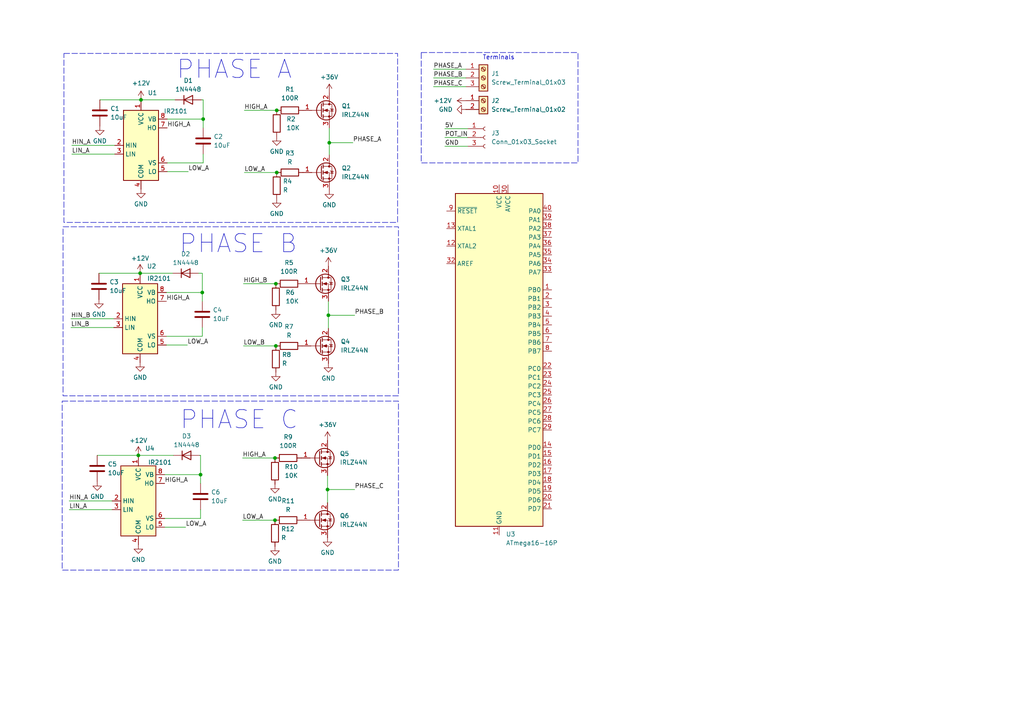
<source format=kicad_sch>
(kicad_sch (version 20230121) (generator eeschema)
  (paper "A4")
  (lib_symbols
    (symbol "Connector:Conn_01x03_Socket" (pin_names (offset 1.016) hide)
      (property "Reference" "J" (at 0 5.08 0))
      (property "Value" "Conn_01x03_Socket" (at 0 -5.08 0))
      (symbol "Conn_01x03_Socket_1_1"
        (arc (start 0 -2.032) (mid -0.5058 -2.54) (end 0 -3.048) (stroke (width 0.1524)))
        (polyline (pts (xy -1.27 -2.54) (xy -0.508 -2.54)) (stroke (width 0.1524)))
        (polyline (pts (xy -1.27 0) (xy -0.508 0)) (stroke (width 0.1524)))
        (polyline (pts (xy -1.27 2.54) (xy -0.508 2.54)) (stroke (width 0.1524)))
        (arc (start 0 0.508) (mid -0.5058 0) (end 0 -0.508) (stroke (width 0.1524)))
        (arc (start 0 3.048) (mid -0.5058 2.54) (end 0 2.032) (stroke (width 0.1524)))
        (pin passive line (at -5.08 2.54 0) (length 3.81) (name "Pin_1") (number "1"))
        (pin passive line (at -5.08 0 0) (length 3.81) (name "Pin_2") (number "2"))
        (pin passive line (at -5.08 -2.54 0) (length 3.81) (name "Pin_3") (number "3"))
      )
    )
    (symbol "Connector:Screw_Terminal_01x02" (pin_names (offset 1.016) hide)
      (property "Reference" "J" (at 0 2.54 0))
      (property "Value" "Screw_Terminal_01x02" (at 0 -5.08 0))
      (symbol "Screw_Terminal_01x02_1_1"
        (rectangle (start -1.27 1.27) (end 1.27 -3.81) (stroke (width 0.254)) (fill (type background)))
        (circle (center 0 -2.54) (radius 0.635) (stroke (width 0.1524)))
        (polyline (pts (xy -0.5334 -2.2098) (xy 0.3302 -3.048)) (stroke (width 0.1524)))
        (polyline (pts (xy -0.5334 0.3302) (xy 0.3302 -0.508)) (stroke (width 0.1524)))
        (polyline (pts (xy -0.3556 -2.032) (xy 0.508 -2.8702)) (stroke (width 0.1524)))
        (polyline (pts (xy -0.3556 0.508) (xy 0.508 -0.3302)) (stroke (width 0.1524)))
        (circle (center 0 0) (radius 0.635) (stroke (width 0.1524)))
        (pin passive line (at -5.08 0 0) (length 3.81) (name "Pin_1") (number "1"))
        (pin passive line (at -5.08 -2.54 0) (length 3.81) (name "Pin_2") (number "2"))
      )
    )
    (symbol "Connector:Screw_Terminal_01x03" (pin_names (offset 1.016) hide)
      (property "Reference" "J" (at 0 5.08 0))
      (property "Value" "Screw_Terminal_01x03" (at 0 -5.08 0))
      (symbol "Screw_Terminal_01x03_1_1"
        (rectangle (start -1.27 3.81) (end 1.27 -3.81) (stroke (width 0.254)) (fill (type background)))
        (circle (center 0 -2.54) (radius 0.635) (stroke (width 0.1524)))
        (polyline (pts (xy -0.5334 -2.2098) (xy 0.3302 -3.048)) (stroke (width 0.1524)))
        (polyline (pts (xy -0.5334 0.3302) (xy 0.3302 -0.508)) (stroke (width 0.1524)))
        (polyline (pts (xy -0.5334 2.8702) (xy 0.3302 2.032)) (stroke (width 0.1524)))
        (polyline (pts (xy -0.3556 -2.032) (xy 0.508 -2.8702)) (stroke (width 0.1524)))
        (polyline (pts (xy -0.3556 0.508) (xy 0.508 -0.3302)) (stroke (width 0.1524)))
        (polyline (pts (xy -0.3556 3.048) (xy 0.508 2.2098)) (stroke (width 0.1524)))
        (circle (center 0 0) (radius 0.635) (stroke (width 0.1524)))
        (circle (center 0 2.54) (radius 0.635) (stroke (width 0.1524)))
        (pin passive line (at -5.08 2.54 0) (length 3.81) (name "Pin_1") (number "1"))
        (pin passive line (at -5.08 0 0) (length 3.81) (name "Pin_2") (number "2"))
        (pin passive line (at -5.08 -2.54 0) (length 3.81) (name "Pin_3") (number "3"))
      )
    )
    (symbol "Device:C" (pin_numbers hide) (pin_names (offset 0.254))
      (property "Reference" "C" (at 0.635 2.54 0))
      (property "Value" "C" (at 0.635 -2.54 0))
      (symbol "C_0_1"
        (polyline (pts (xy -2.032 -0.762) (xy 2.032 -0.762)) (stroke (width 0.508)))
        (polyline (pts (xy -2.032 0.762) (xy 2.032 0.762)) (stroke (width 0.508)))
      )
      (symbol "C_1_1"
        (pin passive line (at 0 3.81 270) (length 2.794) (name "~") (number "1"))
        (pin passive line (at 0 -3.81 90) (length 2.794) (name "~") (number "2"))
      )
    )
    (symbol "Device:R" (pin_numbers hide) (pin_names (offset 0))
      (property "Reference" "R" (at 2.032 0 90))
      (property "Value" "R" (at 0 0 90))
      (symbol "R_0_1"
        (rectangle (start -1.016 -2.54) (end 1.016 2.54) (stroke (width 0.254)))
      )
      (symbol "R_1_1"
        (pin passive line (at 0 3.81 270) (length 1.27) (name "~") (number "1"))
        (pin passive line (at 0 -3.81 90) (length 1.27) (name "~") (number "2"))
      )
    )
    (symbol "Diode:1N4448" (pin_numbers hide) (pin_names hide)
      (property "Reference" "D" (at 0 2.54 0))
      (property "Value" "1N4448" (at 0 -2.54 0))
      (symbol "1N4448_0_1"
        (polyline (pts (xy -1.27 1.27) (xy -1.27 -1.27)) (stroke (width 0.254)))
        (polyline (pts (xy 1.27 0) (xy -1.27 0)))
        (polyline (pts (xy 1.27 1.27) (xy 1.27 -1.27) (xy -1.27 0) (xy 1.27 1.27)) (stroke (width 0.254)))
      )
      (symbol "1N4448_1_1"
        (pin passive line (at -3.81 0 0) (length 2.54) (name "K") (number "1"))
        (pin passive line (at 3.81 0 180) (length 2.54) (name "A") (number "2"))
      )
    )
    (symbol "Driver_FET:IR2101"
      (property "Reference" "U" (at 1.27 13.335 0))
      (property "Value" "IR2101" (at 1.27 11.43 0))
      (symbol "IR2101_0_1"
        (rectangle (start -5.08 -10.16) (end 5.08 10.16) (stroke (width 0.254)) (fill (type background)))
      )
      (symbol "IR2101_1_1"
        (pin power_in line (at 0 12.7 270) (length 2.54) (name "VCC") (number "1"))
        (pin input line (at -7.62 0 0) (length 2.54) (name "HIN") (number "2"))
        (pin input line (at -7.62 -2.54 0) (length 2.54) (name "LIN") (number "3"))
        (pin power_in line (at 0 -12.7 90) (length 2.54) (name "COM") (number "4"))
        (pin output line (at 7.62 -7.62 180) (length 2.54) (name "LO") (number "5"))
        (pin passive line (at 7.62 -5.08 180) (length 2.54) (name "VS") (number "6"))
        (pin output line (at 7.62 5.08 180) (length 2.54) (name "HO") (number "7"))
        (pin passive line (at 7.62 7.62 180) (length 2.54) (name "VB") (number "8"))
      )
    )
    (symbol "MCU_Microchip_ATmega:ATmega16-16P"
      (property "Reference" "U" (at -12.7 49.53 0))
      (property "Value" "ATmega16-16P" (at 2.54 -49.53 0))
      (symbol "ATmega16-16P_0_1"
        (rectangle (start -12.7 -48.26) (end 12.7 48.26) (stroke (width 0.254)) (fill (type background)))
      )
      (symbol "ATmega16-16P_1_1"
        (pin bidirectional line (at 15.24 20.32 180) (length 2.54) (name "PB0") (number "1"))
        (pin power_in line (at 0 50.8 270) (length 2.54) (name "VCC") (number "10"))
        (pin power_in line (at 0 -50.8 90) (length 2.54) (name "GND") (number "11"))
        (pin output line (at -15.24 33.02 0) (length 2.54) (name "XTAL2") (number "12"))
        (pin input line (at -15.24 38.1 0) (length 2.54) (name "XTAL1") (number "13"))
        (pin bidirectional line (at 15.24 -25.4 180) (length 2.54) (name "PD0") (number "14"))
        (pin bidirectional line (at 15.24 -27.94 180) (length 2.54) (name "PD1") (number "15"))
        (pin bidirectional line (at 15.24 -30.48 180) (length 2.54) (name "PD2") (number "16"))
        (pin bidirectional line (at 15.24 -33.02 180) (length 2.54) (name "PD3") (number "17"))
        (pin bidirectional line (at 15.24 -35.56 180) (length 2.54) (name "PD4") (number "18"))
        (pin bidirectional line (at 15.24 -38.1 180) (length 2.54) (name "PD5") (number "19"))
        (pin bidirectional line (at 15.24 17.78 180) (length 2.54) (name "PB1") (number "2"))
        (pin bidirectional line (at 15.24 -40.64 180) (length 2.54) (name "PD6") (number "20"))
        (pin bidirectional line (at 15.24 -43.18 180) (length 2.54) (name "PD7") (number "21"))
        (pin bidirectional line (at 15.24 -2.54 180) (length 2.54) (name "PC0") (number "22"))
        (pin bidirectional line (at 15.24 -5.08 180) (length 2.54) (name "PC1") (number "23"))
        (pin bidirectional line (at 15.24 -7.62 180) (length 2.54) (name "PC2") (number "24"))
        (pin bidirectional line (at 15.24 -10.16 180) (length 2.54) (name "PC3") (number "25"))
        (pin bidirectional line (at 15.24 -12.7 180) (length 2.54) (name "PC4") (number "26"))
        (pin bidirectional line (at 15.24 -15.24 180) (length 2.54) (name "PC5") (number "27"))
        (pin bidirectional line (at 15.24 -17.78 180) (length 2.54) (name "PC6") (number "28"))
        (pin bidirectional line (at 15.24 -20.32 180) (length 2.54) (name "PC7") (number "29"))
        (pin bidirectional line (at 15.24 15.24 180) (length 2.54) (name "PB2") (number "3"))
        (pin power_in line (at 2.54 50.8 270) (length 2.54) (name "AVCC") (number "30"))
        (pin passive line (at 0 -50.8 90) (length 2.54) hide (name "GND") (number "31"))
        (pin passive line (at -15.24 27.94 0) (length 2.54) (name "AREF") (number "32"))
        (pin bidirectional line (at 15.24 25.4 180) (length 2.54) (name "PA7") (number "33"))
        (pin bidirectional line (at 15.24 27.94 180) (length 2.54) (name "PA6") (number "34"))
        (pin bidirectional line (at 15.24 30.48 180) (length 2.54) (name "PA5") (number "35"))
        (pin bidirectional line (at 15.24 33.02 180) (length 2.54) (name "PA4") (number "36"))
        (pin bidirectional line (at 15.24 35.56 180) (length 2.54) (name "PA3") (number "37"))
        (pin bidirectional line (at 15.24 38.1 180) (length 2.54) (name "PA2") (number "38"))
        (pin bidirectional line (at 15.24 40.64 180) (length 2.54) (name "PA1") (number "39"))
        (pin bidirectional line (at 15.24 12.7 180) (length 2.54) (name "PB3") (number "4"))
        (pin bidirectional line (at 15.24 43.18 180) (length 2.54) (name "PA0") (number "40"))
        (pin bidirectional line (at 15.24 10.16 180) (length 2.54) (name "PB4") (number "5"))
        (pin bidirectional line (at 15.24 7.62 180) (length 2.54) (name "PB5") (number "6"))
        (pin bidirectional line (at 15.24 5.08 180) (length 2.54) (name "PB6") (number "7"))
        (pin bidirectional line (at 15.24 2.54 180) (length 2.54) (name "PB7") (number "8"))
        (pin input line (at -15.24 43.18 0) (length 2.54) (name "~{RESET}") (number "9"))
      )
    )
    (symbol "Transistor_FET:IRLZ44N" (pin_names hide)
      (property "Reference" "Q" (at 6.35 1.905 0))
      (property "Value" "IRLZ44N" (at 6.35 0 0))
      (symbol "IRLZ44N_0_1"
        (polyline (pts (xy 0.254 0) (xy -2.54 0)))
        (polyline (pts (xy 0.254 1.905) (xy 0.254 -1.905)) (stroke (width 0.254)))
        (polyline (pts (xy 0.762 -1.27) (xy 0.762 -2.286)) (stroke (width 0.254)))
        (polyline (pts (xy 0.762 0.508) (xy 0.762 -0.508)) (stroke (width 0.254)))
        (polyline (pts (xy 0.762 2.286) (xy 0.762 1.27)) (stroke (width 0.254)))
        (polyline (pts (xy 2.54 2.54) (xy 2.54 1.778)))
        (polyline (pts (xy 2.54 -2.54) (xy 2.54 0) (xy 0.762 0)))
        (polyline (pts (xy 0.762 -1.778) (xy 3.302 -1.778) (xy 3.302 1.778) (xy 0.762 1.778)))
        (polyline (pts (xy 1.016 0) (xy 2.032 0.381) (xy 2.032 -0.381) (xy 1.016 0)) (fill (type outline)))
        (polyline (pts (xy 2.794 0.508) (xy 2.921 0.381) (xy 3.683 0.381) (xy 3.81 0.254)))
        (polyline (pts (xy 3.302 0.381) (xy 2.921 -0.254) (xy 3.683 -0.254) (xy 3.302 0.381)))
        (circle (center 1.651 0) (radius 2.794) (stroke (width 0.254)))
        (circle (center 2.54 -1.778) (radius 0.254) (fill (type outline)))
        (circle (center 2.54 1.778) (radius 0.254) (fill (type outline)))
      )
      (symbol "IRLZ44N_1_1"
        (pin input line (at -5.08 0 0) (length 2.54) (name "G") (number "1"))
        (pin passive line (at 2.54 5.08 270) (length 2.54) (name "D") (number "2"))
        (pin passive line (at 2.54 -5.08 90) (length 2.54) (name "S") (number "3"))
      )
    )
    (symbol "power:+12V" (power) (pin_names (offset 0))
      (property "Value" "+12V" (at 0 3.556 0))
      (symbol "+12V_0_1"
        (polyline (pts (xy -0.762 1.27) (xy 0 2.54)))
        (polyline (pts (xy 0 0) (xy 0 2.54)))
        (polyline (pts (xy 0 2.54) (xy 0.762 1.27)))
      )
      (symbol "+12V_1_1"
        (pin power_in line (at 0 0 90) (length 0) hide (name "+12V") (number "1"))
      )
    )
    (symbol "power:+36V" (power) (pin_names (offset 0))
      (property "Value" "+36V" (at 0 3.556 0))
      (symbol "+36V_0_1"
        (polyline (pts (xy -0.762 1.27) (xy 0 2.54)))
        (polyline (pts (xy 0 0) (xy 0 2.54)))
        (polyline (pts (xy 0 2.54) (xy 0.762 1.27)))
      )
      (symbol "+36V_1_1"
        (pin power_in line (at 0 0 90) (length 0) hide (name "+36V") (number "1"))
      )
    )
    (symbol "power:GND" (power) (pin_names (offset 0))
      (property "Value" "GND" (at 0 -3.81 0))
      (symbol "GND_0_1"
        (polyline (pts (xy 0 0) (xy 0 -1.27) (xy 1.27 -1.27) (xy 0 -2.54) (xy -1.27 -1.27) (xy 0 -1.27)))
      )
      (symbol "GND_1_1"
        (pin power_in line (at 0 0 270) (length 0) hide (name "GND") (number "1"))
      )
    )
  )
  (junction (at 80.264 50.038))
  (junction (at 80.01 82.296))
  (junction (at 58.674 84.836))
  (junction (at 58.166 137.668))
  (junction (at 40.64 79.248))
  (junction (at 80.264 32.004))
  (junction (at 79.756 132.842))
  (junction (at 94.996 141.986))
  (junction (at 40.894 28.956))
  (junction (at 58.928 34.544))
  (junction (at 79.756 150.876))
  (junction (at 95.504 41.402))
  (junction (at 80.01 100.33))
  (junction (at 95.25 91.44))
  (junction (at 40.132 132.08))
  (wire (pts (xy 70.866 32.004) (xy 80.264 32.004)))
  (wire (pts (xy 58.674 79.248) (xy 58.674 84.836)))
  (wire (pts (xy 125.73 22.606) (xy 135.128 22.606)))
  (wire (pts (xy 58.166 132.08) (xy 58.166 137.668)))
  (wire (pts (xy 70.358 132.842) (xy 79.756 132.842)))
  (wire (pts (xy 58.674 84.836) (xy 58.674 87.376)))
  (wire (pts (xy 20.066 147.828) (xy 32.512 147.828)))
  (wire (pts (xy 28.956 28.956) (xy 40.894 28.956)))
  (wire (pts (xy 20.828 42.164) (xy 33.274 42.164)))
  (wire (pts (xy 57.912 132.08) (xy 58.166 132.08)))
  (wire (pts (xy 28.702 79.248) (xy 40.64 79.248)))
  (wire (pts (xy 102.87 141.986) (xy 94.996 141.986)))
  (wire (pts (xy 58.166 150.368) (xy 47.752 150.368)))
  (wire (pts (xy 48.514 49.784) (xy 54.61 49.784)))
  (wire (pts (xy 40.64 79.248) (xy 40.64 79.756)))
  (wire (pts (xy 58.928 28.956) (xy 58.928 34.544)))
  (wire (pts (xy 28.194 132.08) (xy 40.132 132.08)))
  (wire (pts (xy 95.25 91.44) (xy 95.25 95.25)))
  (wire (pts (xy 20.574 92.456) (xy 33.02 92.456)))
  (wire (pts (xy 102.87 91.44) (xy 95.25 91.44)))
  (wire (pts (xy 40.132 132.08) (xy 40.132 132.588)))
  (wire (pts (xy 70.866 50.038) (xy 80.264 50.038)))
  (wire (pts (xy 125.73 20.066) (xy 135.128 20.066)))
  (wire (pts (xy 40.64 79.248) (xy 50.038 79.248)))
  (wire (pts (xy 129.032 37.338) (xy 135.636 37.338)))
  (wire (pts (xy 58.674 94.996) (xy 58.674 97.536)))
  (wire (pts (xy 58.166 137.668) (xy 58.166 140.208)))
  (wire (pts (xy 57.658 79.248) (xy 58.674 79.248)))
  (wire (pts (xy 58.928 34.544) (xy 58.928 37.084)))
  (wire (pts (xy 20.574 94.996) (xy 33.02 94.996)))
  (wire (pts (xy 58.928 47.244) (xy 48.514 47.244)))
  (wire (pts (xy 40.894 28.956) (xy 40.894 29.464)))
  (wire (pts (xy 48.514 34.544) (xy 58.928 34.544)))
  (wire (pts (xy 102.362 41.402) (xy 95.504 41.402)))
  (wire (pts (xy 40.132 132.08) (xy 50.292 132.08)))
  (wire (pts (xy 95.504 37.084) (xy 95.504 41.402)))
  (wire (pts (xy 95.25 87.376) (xy 95.25 91.44)))
  (wire (pts (xy 58.928 44.704) (xy 58.928 47.244)))
  (wire (pts (xy 47.752 152.908) (xy 53.848 152.908)))
  (wire (pts (xy 20.066 145.288) (xy 32.512 145.288)))
  (wire (pts (xy 48.26 100.076) (xy 54.356 100.076)))
  (wire (pts (xy 129.032 42.418) (xy 135.636 42.418)))
  (wire (pts (xy 95.504 41.402) (xy 95.504 44.958)))
  (wire (pts (xy 20.828 44.704) (xy 33.274 44.704)))
  (wire (pts (xy 47.752 137.668) (xy 58.166 137.668)))
  (wire (pts (xy 58.42 28.956) (xy 58.928 28.956)))
  (wire (pts (xy 40.894 28.956) (xy 50.8 28.956)))
  (wire (pts (xy 70.358 150.876) (xy 79.756 150.876)))
  (wire (pts (xy 125.73 25.146) (xy 135.128 25.146)))
  (wire (pts (xy 58.674 97.536) (xy 48.26 97.536)))
  (wire (pts (xy 129.032 39.878) (xy 135.636 39.878)))
  (wire (pts (xy 48.26 84.836) (xy 58.674 84.836)))
  (wire (pts (xy 70.612 82.296) (xy 80.01 82.296)))
  (wire (pts (xy 94.996 137.922) (xy 94.996 141.986)))
  (wire (pts (xy 94.996 141.986) (xy 94.996 145.796)))
  (wire (pts (xy 70.612 100.33) (xy 80.01 100.33)))
  (wire (pts (xy 58.166 147.828) (xy 58.166 150.368)))
  (rectangle (start 18.034 116.332) (end 115.57 165.354) (stroke (width 0) (type dash)))
  (rectangle (start 18.542 15.494) (end 115.316 64.516) (stroke (width 0) (type dash)))
  (rectangle (start 122.174 15.24) (end 167.64 47.244) (stroke (width 0) (type dash)))
  (rectangle (start 18.288 65.786) (end 115.57 114.808) (stroke (width 0) (type dash)))
  (text "PHASE C" (at 52.07 124.968 0) (effects (font (size 5.27 5.27)) (justify left bottom)))
  (text "Terminals\n" (at 139.954 17.526 0) (effects (font (size 1.27 1.27)) (justify left bottom)))
  (text "PHASE A" (at 51.054 23.368 0) (effects (font (size 5.27 5.27)) (justify left bottom)))
  (text "PHASE B\n" (at 51.816 73.914 0) (effects (font (size 5.27 5.27)) (justify left bottom)))
  (label "HIN_A" (at 20.828 42.164 0))
  (label "HIGH_A" (at 48.26 87.376 0))
  (label "PHASE_A" (at 125.73 20.066 0))
  (label "5V" (at 129.032 37.338 0))
  (label "LOW_A" (at 53.848 152.908 0))
  (label "LOW_A" (at 54.356 100.076 0))
  (label "HIGH_A" (at 70.866 32.004 0))
  (label "LOW_A" (at 70.358 150.876 0))
  (label "LIN_A" (at 20.828 44.704 0))
  (label "HIN_B" (at 20.574 92.456 0))
  (label "POT_IN" (at 129.032 39.878 0))
  (label "PHASE_A" (at 102.362 41.402 0))
  (label "HIGH_A" (at 70.358 132.842 0))
  (label "LOW_B" (at 70.612 100.33 0))
  (label "PHASE_C" (at 102.87 141.986 0))
  (label "LOW_A" (at 70.866 50.038 0))
  (label "LIN_A" (at 20.066 147.828 0))
  (label "PHASE_B" (at 102.87 91.44 0))
  (label "PHASE_C" (at 125.73 25.146 0))
  (label "GND" (at 129.032 42.418 0))
  (label "LOW_A" (at 54.61 49.784 0))
  (label "HIN_A" (at 20.066 145.288 0))
  (label "HIGH_B" (at 70.612 82.296 0))
  (label "HIGH_A" (at 48.514 37.084 0))
  (label "HIGH_A" (at 47.752 140.208 0))
  (label "LIN_B" (at 20.574 94.996 0))
  (label "PHASE_B" (at 125.73 22.606 0))
  (symbol (lib_id "power:GND") (at 40.894 54.864 0) (unit 1)
    (property "Reference" "#PWR07" (effects hide))
    (property "Value" "GND" (at 40.894 59.182 0))
  )
  (symbol (lib_id "power:GND") (at 40.132 157.988 0) (unit 1)
    (property "Reference" "#PWR022" (effects hide))
    (property "Value" "GND" (at 40.132 162.306 0))
  )
  (symbol (lib_id "power:GND") (at 80.264 57.658 0) (unit 1)
    (property "Reference" "#PWR09" (effects hide))
    (property "Value" "GND" (at 80.264 61.976 0))
  )
  (symbol (lib_id "power:+12V") (at 40.64 79.248 0) (unit 1)
    (property "Reference" "#PWR011" (effects hide))
    (property "Value" "+12V" (at 40.64 74.93 0))
  )
  (symbol (lib_id "power:GND") (at 79.756 158.496 0) (unit 1)
    (property "Reference" "#PWR023" (effects hide))
    (property "Value" "GND" (at 79.756 162.814 0))
  )
  (symbol (lib_id "power:GND") (at 95.25 105.41 0) (unit 1)
    (property "Reference" "#PWR015" (effects hide))
    (property "Value" "GND" (at 95.25 109.728 0))
  )
  (symbol (lib_id "power:GND") (at 28.702 86.868 0) (unit 1)
    (property "Reference" "#PWR012" (effects hide))
    (property "Value" "GND" (at 28.702 91.186 0))
  )
  (symbol (lib_id "Transistor_FET:IRLZ44N") (at 92.964 32.004 0) (unit 1)
    (property "Reference" "Q1" (at 99.06 30.734 0) (effects (justify left)))
    (property "Value" "IRLZ44N" (at 99.06 33.274 0) (effects (justify left)))
    (property "Footprint" "Package_TO_SOT_THT:TO-220-3_Horizontal_TabUp" (effects hide))
    (property "Datasheet" "http://www.irf.com/product-info/datasheets/data/irlz44n.pdf" (effects hide))
  )
  (symbol (lib_id "power:GND") (at 80.01 89.916 0) (unit 1)
    (property "Reference" "#PWR013" (effects hide))
    (property "Value" "GND" (at 80.01 94.234 0))
  )
  (symbol (lib_id "Driver_FET:IR2101") (at 40.894 42.164 0) (unit 1)
    (property "Reference" "U1" (at 42.8499 26.924 0) (effects (justify left)))
    (property "Value" "IR2101" (at 47.498 32.258 0) (effects (justify left)))
    (property "Footprint" "Package_DIP:DIP-8_W7.62mm" (effects hide))
    (property "Datasheet" "https://www.infineon.com/dgdl/ir2101.pdf?fileId=5546d462533600a4015355c7a755166c" (effects hide))
  )
  (symbol (lib_id "Transistor_FET:IRLZ44N") (at 92.71 100.33 0) (unit 1)
    (property "Reference" "Q4" (at 98.806 99.06 0) (effects (justify left)))
    (property "Value" "IRLZ44N" (at 98.806 101.6 0) (effects (justify left)))
    (property "Footprint" "Package_TO_SOT_THT:TO-220-3_Horizontal_TabUp" (effects hide))
    (property "Datasheet" "http://www.irf.com/product-info/datasheets/data/irlz44n.pdf" (effects hide))
  )
  (symbol (lib_id "Device:C") (at 58.928 40.894 0) (unit 1)
    (property "Reference" "C2" (at 61.976 39.624 0) (effects (justify left)))
    (property "Value" "10uF" (at 61.976 42.164 0) (effects (justify left)))
    (property "Footprint" "Capacitor_THT:C_Radial_D6.3mm_H5.0mm_P2.50mm" (effects hide))
  )
  (symbol (lib_id "Device:R") (at 83.82 100.33 90) (unit 1)
    (property "Reference" "R7" (at 83.82 94.742 90))
    (property "Value" "R" (at 83.82 97.282 90))
    (property "Footprint" "Resistor_THT:R_Axial_DIN0204_L3.6mm_D1.6mm_P5.08mm_Horizontal" (effects hide))
  )
  (symbol (lib_id "Device:R") (at 83.566 132.842 90) (unit 1)
    (property "Reference" "R9" (at 83.566 126.746 90))
    (property "Value" "100R" (at 83.566 129.286 90))
    (property "Footprint" "Resistor_THT:R_Axial_DIN0204_L3.6mm_D1.6mm_P5.08mm_Horizontal" (effects hide))
  )
  (symbol (lib_id "Device:R") (at 83.566 150.876 90) (unit 1)
    (property "Reference" "R11" (at 83.566 145.288 90))
    (property "Value" "R" (at 83.566 147.828 90))
    (property "Footprint" "Resistor_THT:R_Axial_DIN0204_L3.6mm_D1.6mm_P5.08mm_Horizontal" (effects hide))
  )
  (symbol (lib_id "Device:R") (at 83.82 82.296 90) (unit 1)
    (property "Reference" "R5" (at 83.82 76.2 90))
    (property "Value" "100R" (at 83.82 78.74 90))
    (property "Footprint" "Resistor_THT:R_Axial_DIN0204_L3.6mm_D1.6mm_P5.08mm_Horizontal" (effects hide))
  )
  (symbol (lib_id "power:GND") (at 80.264 39.624 0) (unit 1)
    (property "Reference" "#PWR06" (effects hide))
    (property "Value" "GND" (at 80.264 43.942 0))
  )
  (symbol (lib_id "Device:R") (at 80.01 104.14 180) (unit 1)
    (property "Reference" "R8" (at 81.788 102.87 0) (effects (justify right)))
    (property "Value" "R" (at 81.788 105.41 0) (effects (justify right)))
    (property "Footprint" "Resistor_THT:R_Axial_DIN0204_L3.6mm_D1.6mm_P5.08mm_Horizontal" (effects hide))
  )
  (symbol (lib_id "power:+12V") (at 40.132 132.08 0) (unit 1)
    (property "Reference" "#PWR018" (effects hide))
    (property "Value" "+12V" (at 40.132 127.762 0))
  )
  (symbol (lib_id "Connector:Conn_01x03_Socket") (at 140.716 39.878 0) (unit 1)
    (property "Reference" "J3" (at 142.494 38.608 0) (effects (justify left)))
    (property "Value" "Conn_01x03_Socket" (at 142.494 41.148 0) (effects (justify left)))
    (property "Footprint" "Connector_PinHeader_2.54mm:PinHeader_1x03_P2.54mm_Vertical" (effects hide))
  )
  (symbol (lib_id "Transistor_FET:IRLZ44N") (at 92.456 150.876 0) (unit 1)
    (property "Reference" "Q6" (at 98.552 149.606 0) (effects (justify left)))
    (property "Value" "IRLZ44N" (at 98.552 152.146 0) (effects (justify left)))
    (property "Footprint" "Package_TO_SOT_THT:TO-220-3_Horizontal_TabUp" (effects hide))
    (property "Datasheet" "http://www.irf.com/product-info/datasheets/data/irlz44n.pdf" (effects hide))
  )
  (symbol (lib_id "Device:C") (at 58.166 144.018 0) (unit 1)
    (property "Reference" "C6" (at 61.214 142.748 0) (effects (justify left)))
    (property "Value" "10uF" (at 61.214 145.288 0) (effects (justify left)))
    (property "Footprint" "Capacitor_THT:C_Radial_D6.3mm_H5.0mm_P2.50mm" (effects hide))
  )
  (symbol (lib_id "Transistor_FET:IRLZ44N") (at 92.964 50.038 0) (unit 1)
    (property "Reference" "Q2" (at 99.06 48.768 0) (effects (justify left)))
    (property "Value" "IRLZ44N" (at 99.06 51.308 0) (effects (justify left)))
    (property "Footprint" "Package_TO_SOT_THT:TO-220-3_Horizontal_TabUp" (effects hide))
    (property "Datasheet" "http://www.irf.com/product-info/datasheets/data/irlz44n.pdf" (effects hide))
  )
  (symbol (lib_id "Driver_FET:IR2101") (at 40.132 145.288 0) (unit 1)
    (property "Reference" "U4" (at 42.0879 130.048 0) (effects (justify left)))
    (property "Value" "IR2101" (at 42.926 134.112 0) (effects (justify left)))
    (property "Footprint" "Package_DIP:DIP-8_W7.62mm" (effects hide))
    (property "Datasheet" "https://www.infineon.com/dgdl/ir2101.pdf?fileId=5546d462533600a4015355c7a755166c" (effects hide))
  )
  (symbol (lib_id "Device:C") (at 28.194 135.89 0) (unit 1)
    (property "Reference" "C5" (at 31.242 134.62 0) (effects (justify left)))
    (property "Value" "10uF" (at 31.242 137.16 0) (effects (justify left)))
    (property "Footprint" "Capacitor_THT:C_Disc_D5.1mm_W3.2mm_P5.00mm" (effects hide))
  )
  (symbol (lib_id "power:GND") (at 79.756 140.462 0) (unit 1)
    (property "Reference" "#PWR020" (effects hide))
    (property "Value" "GND" (at 79.756 144.78 0))
  )
  (symbol (lib_id "Connector:Screw_Terminal_01x02") (at 140.208 29.21 0) (unit 1)
    (property "Reference" "J2" (at 142.494 29.21 0) (effects (justify left)))
    (property "Value" "Screw_Terminal_01x02" (at 142.494 31.75 0) (effects (justify left)))
    (property "Footprint" "TerminalBlock_MetzConnect:TerminalBlock_MetzConnect_Type101_RT01602HBWC_1x02_P5.08mm_Horizontal" (effects hide))
  )
  (symbol (lib_id "Device:R") (at 80.264 35.814 180) (unit 1)
    (property "Reference" "R2" (at 83.058 34.544 0) (effects (justify right)))
    (property "Value" "10K" (at 83.058 37.084 0) (effects (justify right)))
    (property "Footprint" "Resistor_THT:R_Axial_DIN0204_L3.6mm_D1.6mm_P5.08mm_Horizontal" (effects hide))
  )
  (symbol (lib_id "Diode:1N4448") (at 54.102 132.08 0) (unit 1)
    (property "Reference" "D3" (at 54.102 126.492 0))
    (property "Value" "1N4448" (at 54.102 129.032 0))
    (property "Footprint" "Diode_THT:D_DO-35_SOD27_P7.62mm_Horizontal" (effects hide))
    (property "Datasheet" "https://assets.nexperia.com/documents/data-sheet/1N4148_1N4448.pdf" (effects hide))
    (property "Sim.Device" "D" (effects hide))
    (property "Sim.Pins" "1=K 2=A" (effects hide))
  )
  (symbol (lib_id "Diode:1N4448") (at 53.848 79.248 0) (unit 1)
    (property "Reference" "D2" (at 53.848 73.66 0))
    (property "Value" "1N4448" (at 53.848 76.2 0))
    (property "Footprint" "Diode_THT:D_DO-35_SOD27_P7.62mm_Horizontal" (effects hide))
    (property "Datasheet" "https://assets.nexperia.com/documents/data-sheet/1N4148_1N4448.pdf" (effects hide))
    (property "Sim.Device" "D" (effects hide))
    (property "Sim.Pins" "1=K 2=A" (effects hide))
  )
  (symbol (lib_id "Transistor_FET:IRLZ44N") (at 92.456 132.842 0) (unit 1)
    (property "Reference" "Q5" (at 98.552 131.572 0) (effects (justify left)))
    (property "Value" "IRLZ44N" (at 98.552 134.112 0) (effects (justify left)))
    (property "Footprint" "Package_TO_SOT_THT:TO-220-3_Horizontal_TabUp" (effects hide))
    (property "Datasheet" "http://www.irf.com/product-info/datasheets/data/irlz44n.pdf" (effects hide))
  )
  (symbol (lib_id "power:+36V") (at 95.504 26.924 0) (unit 1)
    (property "Reference" "#PWR01" (effects hide))
    (property "Value" "+36V" (at 95.504 22.352 0))
  )
  (symbol (lib_id "Device:R") (at 79.756 136.652 180) (unit 1)
    (property "Reference" "R10" (at 82.55 135.382 0) (effects (justify right)))
    (property "Value" "10K" (at 82.55 137.922 0) (effects (justify right)))
    (property "Footprint" "Resistor_THT:R_Axial_DIN0204_L3.6mm_D1.6mm_P5.08mm_Horizontal" (effects hide))
  )
  (symbol (lib_id "power:+36V") (at 95.25 77.216 0) (unit 1)
    (property "Reference" "#PWR010" (effects hide))
    (property "Value" "+36V" (at 95.25 72.644 0))
  )
  (symbol (lib_id "power:GND") (at 135.128 31.75 270) (unit 1)
    (property "Reference" "#PWR04" (effects hide))
    (property "Value" "GND" (at 131.318 31.75 90) (effects (justify right)))
  )
  (symbol (lib_id "Diode:1N4448") (at 54.61 28.956 0) (unit 1)
    (property "Reference" "D1" (at 54.61 23.368 0))
    (property "Value" "1N4448" (at 54.61 25.908 0))
    (property "Footprint" "Diode_THT:D_DO-35_SOD27_P7.62mm_Horizontal" (effects hide))
    (property "Datasheet" "https://assets.nexperia.com/documents/data-sheet/1N4148_1N4448.pdf" (effects hide))
    (property "Sim.Device" "D" (effects hide))
    (property "Sim.Pins" "1=K 2=A" (effects hide))
  )
  (symbol (lib_id "Device:C") (at 28.702 83.058 0) (unit 1)
    (property "Reference" "C3" (at 31.75 81.788 0) (effects (justify left)))
    (property "Value" "10uF" (at 31.75 84.328 0) (effects (justify left)))
    (property "Footprint" "Capacitor_THT:C_Disc_D5.1mm_W3.2mm_P5.00mm" (effects hide))
  )
  (symbol (lib_id "Device:C") (at 28.956 32.766 0) (unit 1)
    (property "Reference" "C1" (at 32.004 31.496 0) (effects (justify left)))
    (property "Value" "10uF" (at 32.004 34.036 0) (effects (justify left)))
    (property "Footprint" "Capacitor_THT:C_Disc_D5.1mm_W3.2mm_P5.00mm" (effects hide))
  )
  (symbol (lib_id "Device:R") (at 79.756 154.686 180) (unit 1)
    (property "Reference" "R12" (at 81.534 153.416 0) (effects (justify right)))
    (property "Value" "R" (at 81.534 155.956 0) (effects (justify right)))
    (property "Footprint" "Resistor_THT:R_Axial_DIN0204_L3.6mm_D1.6mm_P5.08mm_Horizontal" (effects hide))
  )
  (symbol (lib_id "power:+12V") (at 40.894 28.956 0) (unit 1)
    (property "Reference" "#PWR02" (effects hide))
    (property "Value" "+12V" (at 40.894 24.13 0))
  )
  (symbol (lib_id "Device:C") (at 58.674 91.186 0) (unit 1)
    (property "Reference" "C4" (at 61.722 89.916 0) (effects (justify left)))
    (property "Value" "10uF" (at 61.722 92.456 0) (effects (justify left)))
    (property "Footprint" "Capacitor_THT:C_Radial_D6.3mm_H5.0mm_P2.50mm" (effects hide))
  )
  (symbol (lib_id "power:GND") (at 94.996 155.956 0) (unit 1)
    (property "Reference" "#PWR021" (effects hide))
    (property "Value" "GND" (at 94.996 160.274 0))
  )
  (symbol (lib_id "Device:R") (at 80.264 53.848 180) (unit 1)
    (property "Reference" "R4" (at 82.042 52.578 0) (effects (justify right)))
    (property "Value" "R" (at 82.042 55.118 0) (effects (justify right)))
    (property "Footprint" "Resistor_THT:R_Axial_DIN0204_L3.6mm_D1.6mm_P5.08mm_Horizontal" (effects hide))
  )
  (symbol (lib_id "Connector:Screw_Terminal_01x03") (at 140.208 22.606 0) (unit 1)
    (property "Reference" "J1" (at 142.494 21.336 0) (effects (justify left)))
    (property "Value" "Screw_Terminal_01x03" (at 142.494 23.876 0) (effects (justify left)))
    (property "Footprint" "TerminalBlock_MetzConnect:TerminalBlock_MetzConnect_Type101_RT01603HBWC_1x03_P5.08mm_Horizontal" (effects hide))
  )
  (symbol (lib_id "power:GND") (at 80.01 107.95 0) (unit 1)
    (property "Reference" "#PWR016" (effects hide))
    (property "Value" "GND" (at 80.01 112.268 0))
  )
  (symbol (lib_id "Device:R") (at 80.01 86.106 180) (unit 1)
    (property "Reference" "R6" (at 82.804 84.836 0) (effects (justify right)))
    (property "Value" "10K" (at 82.804 87.376 0) (effects (justify right)))
    (property "Footprint" "Resistor_THT:R_Axial_DIN0204_L3.6mm_D1.6mm_P5.08mm_Horizontal" (effects hide))
  )
  (symbol (lib_id "Driver_FET:IR2101") (at 40.64 92.456 0) (unit 1)
    (property "Reference" "U2" (at 42.5959 77.216 0) (effects (justify left)))
    (property "Value" "IR2101" (at 42.672 80.772 0) (effects (justify left)))
    (property "Footprint" "Package_DIP:DIP-8_W7.62mm" (effects hide))
    (property "Datasheet" "https://www.infineon.com/dgdl/ir2101.pdf?fileId=5546d462533600a4015355c7a755166c" (effects hide))
  )
  (symbol (lib_id "Device:R") (at 84.074 32.004 90) (unit 1)
    (property "Reference" "R1" (at 84.074 25.908 90))
    (property "Value" "100R" (at 84.074 28.448 90))
    (property "Footprint" "Resistor_THT:R_Axial_DIN0204_L3.6mm_D1.6mm_P5.08mm_Horizontal" (effects hide))
  )
  (symbol (lib_id "Transistor_FET:IRLZ44N") (at 92.71 82.296 0) (unit 1)
    (property "Reference" "Q3" (at 98.806 81.026 0) (effects (justify left)))
    (property "Value" "IRLZ44N" (at 98.806 83.566 0) (effects (justify left)))
    (property "Footprint" "Package_TO_SOT_THT:TO-220-3_Horizontal_TabUp" (effects hide))
    (property "Datasheet" "http://www.irf.com/product-info/datasheets/data/irlz44n.pdf" (effects hide))
  )
  (symbol (lib_id "Device:R") (at 84.074 50.038 90) (unit 1)
    (property "Reference" "R3" (at 84.074 44.45 90))
    (property "Value" "R" (at 84.074 46.99 90))
    (property "Footprint" "Resistor_THT:R_Axial_DIN0204_L3.6mm_D1.6mm_P5.08mm_Horizontal" (effects hide))
  )
  (symbol (lib_id "power:GND") (at 28.194 139.7 0) (unit 1)
    (property "Reference" "#PWR019" (effects hide))
    (property "Value" "GND" (at 28.194 144.018 0))
  )
  (symbol (lib_id "power:+36V") (at 94.996 127.762 0) (unit 1)
    (property "Reference" "#PWR017" (effects hide))
    (property "Value" "+36V" (at 94.996 123.19 0))
  )
  (symbol (lib_id "MCU_Microchip_ATmega:ATmega16-16P") (at 144.78 104.394 0) (unit 1)
    (property "Reference" "U3" (at 146.7359 154.94 0) (effects (justify left)))
    (property "Value" "ATmega16-16P" (at 146.7359 157.48 0) (effects (justify left)))
    (property "Footprint" "Package_DIP:DIP-40_W15.24mm" (effects hide))
    (property "Datasheet" "http://ww1.microchip.com/downloads/en/DeviceDoc/doc2466.pdf" (effects hide))
  )
  (symbol (lib_id "power:GND") (at 95.504 55.118 0) (unit 1)
    (property "Reference" "#PWR08" (effects hide))
    (property "Value" "GND" (at 95.504 59.436 0))
  )
  (symbol (lib_id "power:GND") (at 40.64 105.156 0) (unit 1)
    (property "Reference" "#PWR014" (effects hide))
    (property "Value" "GND" (at 40.64 109.474 0))
  )
  (symbol (lib_id "power:GND") (at 28.956 36.576 0) (unit 1)
    (property "Reference" "#PWR05" (effects hide))
    (property "Value" "GND" (at 28.956 40.894 0))
  )
  (symbol (lib_id "power:+12V") (at 135.128 29.21 90) (unit 1)
    (property "Reference" "#PWR03" (effects hide))
    (property "Value" "+12V" (at 131.064 29.21 90) (effects (justify left)))
  )
)
</source>
